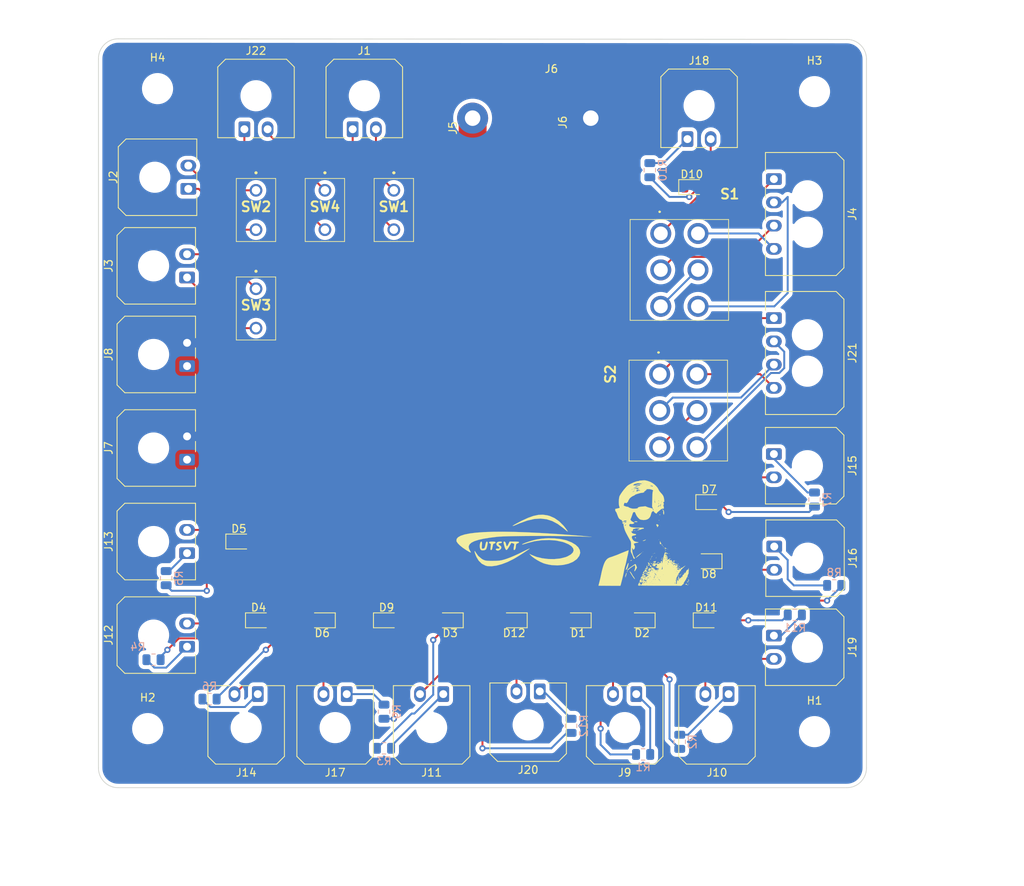
<source format=kicad_pcb>
(kicad_pcb (version 20211014) (generator pcbnew)
  (layers (0 "F.Cu" signal) (31 "B.Cu" signal) (34 "B.Paste" user) (35 "F.Paste" user) (36 "B.SilkS" user "B.Silkscreen") (37 "F.SilkS" user "F.Silkscreen") (38 "B.Mask" user) (39 "F.Mask" user) (44 "Edge.Cuts" user))
  (net 0 "")
  (net 1 "Net-(D1-Pad1)")
  (net 2 "Net-(D1-Pad2)")
  (net 3 "Net-(D2-Pad1)")
  (net 4 "Net-(D2-Pad2)")
  (net 5 "Net-(D3-Pad1)")
  (net 6 "Net-(D3-Pad2)")
  (net 7 "Net-(D4-Pad1)")
  (net 8 "Net-(D4-Pad2)")
  (net 9 "Net-(D5-Pad1)")
  (net 10 "Net-(D5-Pad2)")
  (net 11 "Net-(D6-Pad1)")
  (net 12 "Net-(D6-Pad2)")
  (net 13 "Net-(D7-Pad1)")
  (net 14 "Net-(D7-Pad2)")
  (net 15 "Net-(D8-Pad1)")
  (net 16 "Net-(D8-Pad2)")
  (net 17 "Net-(D9-Pad1)")
  (net 18 "Net-(D9-Pad2)")
  (net 19 "Net-(D10-Pad1)")
  (net 20 "Net-(D10-Pad2)")
  (net 21 "Net-(D11-Pad1)")
  (net 22 "Net-(D11-Pad2)")
  (net 23 "Net-(D12-Pad1)")
  (net 24 "Net-(D12-Pad2)")
  (net 25 "Net-(J1-Pad1)")
  (net 26 "Net-(J1-Pad2)")
  (net 27 "Net-(J2-Pad1)")
  (net 28 "Net-(J2-Pad2)")
  (net 29 "Net-(J3-Pad1)")
  (net 30 "Net-(J3-Pad2)")
  (net 31 "Net-(J4-Pad1)")
  (net 32 "Net-(J4-Pad2)")
  (net 33 "Net-(J4-Pad3)")
  (net 34 "Net-(J4-Pad4)")
  (net 35 "Net-(J9-Pad1)")
  (net 36 "Net-(J10-Pad1)")
  (net 37 "Net-(J11-Pad1)")
  (net 38 "Net-(J12-Pad1)")
  (net 39 "Net-(J13-Pad1)")
  (net 40 "Net-(J14-Pad1)")
  (net 41 "Net-(J15-Pad1)")
  (net 42 "Net-(J16-Pad1)")
  (net 43 "Net-(J17-Pad1)")
  (net 44 "Net-(J18-Pad1)")
  (net 45 "Net-(J19-Pad1)")
  (net 46 "Net-(J20-Pad1)")
  (net 47 "Net-(J21-Pad1)")
  (net 48 "Net-(J21-Pad2)")
  (net 49 "Net-(J21-Pad3)")
  (net 50 "Net-(J21-Pad4)")
  (net 51 "Net-(J5-Pad1)")
  (net 52 "Net-(J6-Pad1)")
  (net 53 "Net-(S1-Pad3)")
  (net 54 "Net-(S2-Pad3)")
  (net 55 "Net-(J22-Pad1)")
  (net 56 "Net-(J22-Pad2)")
  (footprint "UTSVT_Special:2MS6T1B3M2QES" (layer "F.Cu") (at 90.17 53.7575 180)
    (fp_text reference "SW3" (at 0 -2.123) (layer "F.SilkS") (effects (font (size 1.27 1.27) (thickness 0.254))))
    (fp_text value "CRUISE_ENABLE" hide)
    (pad "1" thru_hole circle (at 0 0 180) (size 1.635 1.635) (drill 1.09) (layers *.Cu *.Mask) (net 30 "Net-(J3-Pad2)"))
    (pad "2" thru_hole circle (at 0 -5.08 180) (size 1.635 1.635) (drill 1.09) (layers *.Cu *.Mask) (net 29 "Net-(J3-Pad1)"))
  )
  (footprint "Connector_Molex:Molex_Micro-Fit_3.0_43650-0200_1x02_P3.00mm_Horizontal" (layer "F.Cu") (at 139.219 106.04 180)
    (fp_text reference "J9" (at 1.5 -10.12) (layer "F.SilkS"))
    (fp_text value "REGEN_IND_33v")
    (pad "" np_thru_hole circle (at 1.5 -4.32 180) (size 3 3) (drill 3) (layers *.Cu *.Mask))
    (pad "1" thru_hole roundrect (at 0 0 180) (size 1.5 2.02) (drill 1.02) (layers *.Cu *.Mask) (roundrect_rratio 0.166667) (net 35 "Net-(J9-Pad1)"))
    (pad "2" thru_hole oval (at 3 0 180) (size 1.5 2.02) (drill 1.02) (layers *.Cu *.Mask) (net 1 "Net-(D1-Pad1)"))
  )
  (footprint "Connector_Molex:Molex_Micro-Fit_3.0_43650-0200_1x02_P3.00mm_Horizontal" (layer "F.Cu") (at 145.82 34.45)
    (fp_text reference "J18" (at 1.5 -10.12) (layer "F.SilkS"))
    (fp_text value "INT_LBLINK")
    (pad "" np_thru_hole circle (at 1.5 -4.32) (size 3 3) (drill 3) (layers *.Cu *.Mask))
    (pad "1" thru_hole roundrect (at 0 0) (size 1.5 2.02) (drill 1.02) (layers *.Cu *.Mask) (roundrect_rratio 0.166667) (net 44 "Net-(J18-Pad1)"))
    (pad "2" thru_hole oval (at 3 0) (size 1.5 2.02) (drill 1.02) (layers *.Cu *.Mask) (net 19 "Net-(D10-Pad1)"))
  )
  (footprint "UTSVT_Special:UTSVT_Logo_Symbol" (layer "F.Cu") (at 124.46 86.36)
    (fp_text reference "LOGO2" hide)
    (fp_text value "UTSVT Logo" hide)
  )
  (footprint "Connector_Molex:Molex_Micro-Fit_3.0_43650-0200_1x02_P3.00mm_Horizontal" (layer "F.Cu") (at 88.67 33.18)
    (fp_text reference "J22" (at 1.5 -10.12) (layer "F.SilkS"))
    (fp_text value "NAME")
    (pad "" np_thru_hole circle (at 1.5 -4.32) (size 3 3) (drill 3) (layers *.Cu *.Mask))
    (pad "1" thru_hole roundrect (at 0 0) (size 1.5 2.02) (drill 1.02) (layers *.Cu *.Mask) (roundrect_rratio 0.166667) (net 55 "Net-(J22-Pad1)"))
    (pad "2" thru_hole oval (at 3 0) (size 1.5 2.02) (drill 1.02) (layers *.Cu *.Mask) (net 56 "Net-(J22-Pad2)"))
  )
  (footprint "LED_SMD:LED_0805_2012Metric" (layer "F.Cu") (at 148.59 88.9 180)
    (fp_text reference "D8" (at 0 -1.65) (layer "F.SilkS"))
    (fp_text value "LED")
    (pad "1" smd roundrect (at -0.9375 0 180) (size 0.975 1.4) (layers "F.Cu" "F.Paste" "F.Mask") (net 15 "Net-(D8-Pad1)"))
    (pad "2" smd roundrect (at 0.9375 0 180) (size 0.975 1.4) (layers "F.Cu" "F.Paste" "F.Mask") (net 16 "Net-(D8-Pad2)"))
  )
  (footprint "UTSVT_Special:2MS6T1B3M2QES" (layer "F.Cu") (at 90.17 41.0575 180)
    (fp_text reference "SW2" (at 0 -2.123) (layer "F.SilkS") (effects (font (size 1.27 1.27) (thickness 0.254))))
    (fp_text value "CRUISE_SET" hide)
    (pad "1" thru_hole circle (at 0 0 180) (size 1.635 1.635) (drill 1.09) (layers *.Cu *.Mask) (net 28 "Net-(J2-Pad2)"))
    (pad "2" thru_hole circle (at 0 -5.08 180) (size 1.635 1.635) (drill 1.09) (layers *.Cu *.Mask) (net 27 "Net-(J2-Pad1)"))
  )
  (footprint "LED_SMD:LED_0805_2012Metric" (layer "F.Cu") (at 148.2575 96.52)
    (fp_text reference "D11" (at 0 -1.65) (layer "F.SilkS"))
    (fp_text value "LED")
    (pad "1" smd roundrect (at -0.9375 0) (size 0.975 1.4) (layers "F.Cu" "F.Paste" "F.Mask") (net 21 "Net-(D11-Pad1)"))
    (pad "2" smd roundrect (at 0.9375 0) (size 0.975 1.4) (layers "F.Cu" "F.Paste" "F.Mask") (net 22 "Net-(D11-Pad2)"))
  )
  (footprint "LED_SMD:LED_0805_2012Metric" (layer "F.Cu") (at 131.71607 96.52 180)
    (fp_text reference "D1" (at 0 -1.65) (layer "F.SilkS"))
    (fp_text value "LED")
    (pad "1" smd roundrect (at -0.9375 0 180) (size 0.975 1.4) (layers "F.Cu" "F.Paste" "F.Mask") (net 1 "Net-(D1-Pad1)"))
    (pad "2" smd roundrect (at 0.9375 0 180) (size 0.975 1.4) (layers "F.Cu" "F.Paste" "F.Mask") (net 2 "Net-(D1-Pad2)"))
  )
  (footprint "UTSVT_Special:2MS6T1B3M2QES" (layer "F.Cu") (at 99.06 41.0575 180)
    (fp_text reference "SW4" (at 0 -2.123) (layer "F.SilkS") (effects (font (size 1.27 1.27) (thickness 0.254))))
    (fp_text value "SPST" hide)
    (pad "1" thru_hole circle (at 0 0 180) (size 1.635 1.635) (drill 1.09) (layers *.Cu *.Mask) (net 56 "Net-(J22-Pad2)"))
    (pad "2" thru_hole circle (at 0 -5.08 180) (size 1.635 1.635) (drill 1.09) (layers *.Cu *.Mask) (net 55 "Net-(J22-Pad1)"))
  )
  (footprint "MountingHole:MountingHole_3mm" (layer "F.Cu") (at 162.21 28.33)
    (fp_text reference "H3" (at 0 -4) (layer "F.SilkS"))
    (fp_text value "MountingHole")
    (pad "" np_thru_hole circle (at 0 0) (size 3 3) (drill 3) (layers *.Cu *.Mask))
  )
  (footprint "LED_SMD:LED_0805_2012Metric" (layer "F.Cu") (at 87.9625 86.36)
    (fp_text reference "D5" (at 0 -1.65) (layer "F.SilkS"))
    (fp_text value "LED")
    (pad "1" smd roundrect (at -0.9375 0) (size 0.975 1.4) (layers "F.Cu" "F.Paste" "F.Mask") (net 9 "Net-(D5-Pad1)"))
    (pad "2" smd roundrect (at 0.9375 0) (size 0.975 1.4) (layers "F.Cu" "F.Paste" "F.Mask") (net 10 "Net-(D5-Pad2)"))
  )
  (footprint "Connector_Molex:Molex_Micro-Fit_3.0_43650-0200_1x02_P3.00mm_Horizontal" (layer "F.Cu") (at 81.44 40.87 90)
    (fp_text reference "J2" (at 1.5 -9.68 90) (layer "F.SilkS"))
    (fp_text value "CRUISE_SET")
    (pad "" np_thru_hole circle (at 1.5 -4.32 90) (size 3 3) (drill 3) (layers *.Cu *.Mask))
    (pad "1" thru_hole roundrect (at 0 0 90) (size 1.5 2.02) (drill 1.02) (layers *.Cu *.Mask) (roundrect_rratio 0.166667) (net 27 "Net-(J2-Pad1)"))
    (pad "2" thru_hole oval (at 3 0 90) (size 1.5 2.02) (drill 1.02) (layers *.Cu *.Mask) (net 28 "Net-(J2-Pad2)"))
  )
  (footprint "LED_SMD:LED_0805_2012Metric" (layer "F.Cu") (at 123.465356 96.52 180)
    (fp_text reference "D12" (at 0 -1.65) (layer "F.SilkS"))
    (fp_text value "LED")
    (pad "1" smd roundrect (at -0.9375 0 180) (size 0.975 1.4) (layers "F.Cu" "F.Paste" "F.Mask") (net 23 "Net-(D12-Pad1)"))
    (pad "2" smd roundrect (at 0.9375 0 180) (size 0.975 1.4) (layers "F.Cu" "F.Paste" "F.Mask") (net 24 "Net-(D12-Pad2)"))
  )
  (footprint "MountingHole:MountingHole_3mm" (layer "F.Cu") (at 162.21 110.88)
    (fp_text reference "H1" (at 0 -4) (layer "F.SilkS"))
    (fp_text value "MountingHole")
    (pad "" np_thru_hole circle (at 0 0) (size 3 3) (drill 3) (layers *.Cu *.Mask))
  )
  (footprint "Connector_Molex:Molex_Micro-Fit_3.0_43650-0200_1x02_P3.00mm_Horizontal" (layer "F.Cu") (at 81.28 87.86 90)
    (fp_text reference "J13" (at 1.5 -10.12 90) (layer "F.SilkS"))
    (fp_text value "CRUZ_ST")
    (pad "" np_thru_hole circle (at 1.5 -4.32 90) (size 3 3) (drill 3) (layers *.Cu *.Mask))
    (pad "1" thru_hole roundrect (at 0 0 90) (size 1.5 2.02) (drill 1.02) (layers *.Cu *.Mask) (roundrect_rratio 0.166667) (net 39 "Net-(J13-Pad1)"))
    (pad "2" thru_hole oval (at 3 0 90) (size 1.5 2.02) (drill 1.02) (layers *.Cu *.Mask) (net 9 "Net-(D5-Pad1)"))
  )
  (footprint "MountingHole:MountingHole_3mm" (layer "F.Cu") (at 76.2 110.49)
    (fp_text reference "H2" (at 0 -4) (layer "F.SilkS"))
    (fp_text value "MountingHole")
    (pad "" np_thru_hole circle (at 0 0) (size 3 3) (drill 3) (layers *.Cu *.Mask))
  )
  (footprint "UTSVT_Special:M2024SS1W03BC" (layer "F.Cu") (at 142.24 64.77)
    (fp_text reference "S2" (at -6.35 0 90) (layer "F.SilkS") (effects (font (size 1.27 1.27) (thickness 0.254))))
    (fp_text value "M2024SS1W03-BC" hide)
    (pad "1" thru_hole circle locked (at 0 0) (size 2.7 2.7) (drill 1.8) (layers *.Cu *.Mask) (net 47 "Net-(J21-Pad1)"))
    (pad "2" thru_hole circle locked (at 0 4.7) (size 2.7 2.7) (drill 1.8) (layers *.Cu *.Mask) (net 49 "Net-(J21-Pad3)"))
    (pad "3" thru_hole circle locked (at 0 9.4) (size 2.7 2.7) (drill 1.8) (layers *.Cu *.Mask) (net 54 "Net-(S2-Pad3)"))
    (pad "4" thru_hole circle locked (at 4.8 0) (size 2.7 2.7) (drill 1.8) (layers *.Cu *.Mask) (net 50 "Net-(J21-Pad4)"))
    (pad "5" thru_hole circle locked (at 4.8 4.7) (size 2.7 2.7) (drill 1.8) (layers *.Cu *.Mask) (net 54 "Net-(S2-Pad3)"))
    (pad "6" thru_hole circle locked (at 4.8 9.4) (size 2.7 2.7) (drill 1.8) (layers *.Cu *.Mask) (net 48 "Net-(J21-Pad2)"))
  )
  (footprint "UTSVT_Connectors:Banana_Jack_1_Pin_4mm" (layer "F.Cu") (at 118.11 31.75 90)
    (fp_text reference "J5" (at -1.27 -2.54 90) (layer "F.SilkS"))
    (fp_text value "POS")
    (pad "1" thru_hole circle locked (at 0 0 90) (size 4 4) (drill 2) (layers *.Cu *.Mask) (net 51 "Net-(J5-Pad1)"))
  )
  (footprint "MountingHole:MountingHole_3mm" (layer "F.Cu") (at 77.47 27.94)
    (fp_text reference "H4" (at 0 -4) (layer "F.SilkS"))
    (fp_text value "MountingHole")
    (pad "" np_thru_hole circle (at 0 0) (size 3 3) (drill 3) (layers *.Cu *.Mask))
  )
  (footprint "Connector_Molex:Molex_Micro-Fit_3.0_43650-0200_1x02_P3.00mm_Horizontal" (layer "F.Cu") (at 102.64 33.18)
    (fp_text reference "J1" (at 1.5 -10.12) (layer "F.SilkS"))
    (fp_text value "REGEN_IND_33v")
    (pad "" np_thru_hole circle (at 1.5 -4.32) (size 3 3) (drill 3) (layers *.Cu *.Mask))
    (pad "1" thru_hole roundrect (at 0 0) (size 1.5 2.02) (drill 1.02) (layers *.Cu *.Mask) (roundrect_rratio 0.166667) (net 25 "Net-(J1-Pad1)"))
    (pad "2" thru_hole oval (at 3 0) (size 1.5 2.02) (drill 1.02) (layers *.Cu *.Mask) (net 26 "Net-(J1-Pad2)"))
  )
  (footprint "Connector_Molex:Molex_Micro-Fit_3.0_43650-0200_1x02_P3.00mm_Horizontal" (layer "F.Cu") (at 81.28 99.925 90)
    (fp_text reference "J12" (at 1.5 -10.12 90) (layer "F.SilkS"))
    (fp_text value "REV_IND_33v")
    (pad "" np_thru_hole circle (at 1.5 -4.32 90) (size 3 3) (drill 3) (layers *.Cu *.Mask))
    (pad "1" thru_hole roundrect (at 0 0 90) (size 1.5 2.02) (drill 1.02) (layers *.Cu *.Mask) (roundrect_rratio 0.166667) (net 38 "Net-(J12-Pad1)"))
    (pad "2" thru_hole oval (at 3 0 90) (size 1.5 2.02) (drill 1.02) (layers *.Cu *.Mask) (net 7 "Net-(D4-Pad1)"))
  )
  (footprint "Connector_Molex:Molex_Micro-Fit_3.0_43650-0200_1x02_P3.00mm_Horizontal" (layer "F.Cu") (at 90.4 106.04 180)
    (fp_text reference "J14" (at 1.5 -10.12) (layer "F.SilkS"))
    (fp_text value "CRUZ_EN")
    (pad "" np_thru_hole circle (at 1.5 -4.32 180) (size 3 3) (drill 3) (layers *.Cu *.Mask))
    (pad "1" thru_hole roundrect (at 0 0 180) (size 1.5 2.02) (drill 1.02) (layers *.Cu *.Mask) (roundrect_rratio 0.166667) (net 40 "Net-(J14-Pad1)"))
    (pad "2" thru_hole oval (at 3 0 180) (size 1.5 2.02) (drill 1.02) (layers *.Cu *.Mask) (net 11 "Net-(D6-Pad1)"))
  )
  (footprint "Connector_Molex:Molex_Micro-Fit_3.0_43650-0200_1x02_P3.00mm_Horizontal" (layer "F.Cu") (at 157.015 87.0025 -90)
    (fp_text reference "J16" (at 1.5 -10.12 90) (layer "F.SilkS"))
    (fp_text value "EXT_LBLINK")
    (pad "" np_thru_hole circle (at 1.5 -4.32 270) (size 3 3) (drill 3) (layers *.Cu *.Mask))
    (pad "1" thru_hole roundrect (at 0 0 270) (size 1.5 2.02) (drill 1.02) (layers *.Cu *.Mask) (roundrect_rratio 0.166667) (net 42 "Net-(J16-Pad1)"))
    (pad "2" thru_hole oval (at 3 0 270) (size 1.5 2.02) (drill 1.02) (layers *.Cu *.Mask) (net 15 "Net-(D8-Pad1)"))
  )
  (footprint "UTSVT_Connectors:Banana_Jack_1_Pin_4mm" (layer "F.Cu") (at 133.35 31.75 90)
    (fp_text reference "J6" (at -0.55 -3.615 90) (layer "F.SilkS"))
    (fp_text value "NEG")
    (pad "1" thru_hole circle locked (at 0 0 90) (size 4 4) (drill 2) (layers *.Cu *.Mask) (net 52 "Net-(J6-Pad1)"))
  )
  (footprint "Connector_Molex:Molex_Micro-Fit_3.0_43650-0200_1x02_P3.00mm_Horizontal" (layer "F.Cu") (at 156.97 75.0775 -90)
    (fp_text reference "J15" (at 1.5 -10.12 90) (layer "F.SilkS"))
    (fp_text value "EXT_RBLINK")
    (pad "" np_thru_hole circle (at 1.5 -4.32 270) (size 3 3) (drill 3) (layers *.Cu *.Mask))
    (pad "1" thru_hole roundrect (at 0 0 270) (size 1.5 2.02) (drill 1.02) (layers *.Cu *.Mask) (roundrect_rratio 0.166667) (net 41 "Net-(J15-Pad1)"))
    (pad "2" thru_hole oval (at 3 0 270) (size 1.5 2.02) (drill 1.02) (layers *.Cu *.Mask) (net 13 "Net-(D7-Pad1)"))
  )
  (footprint "Connector_Molex:Molex_Micro-Fit_3.0_43650-0200_1x02_P3.00mm_Horizontal" (layer "F.Cu") (at 156.97 98.495 -90)
    (fp_text reference "J19" (at 1.5 -10.12 90) (layer "F.SilkS"))
    (fp_text value "EXT_HDLT")
    (pad "" np_thru_hole circle (at 1.5 -4.32 270) (size 3 3) (drill 3) (layers *.Cu *.Mask))
    (pad "1" thru_hole roundrect (at 0 0 270) (size 1.5 2.02) (drill 1.02) (layers *.Cu *.Mask) (roundrect_rratio 0.166667) (net 45 "Net-(J19-Pad1)"))
    (pad "2" thru_hole oval (at 3 0 270) (size 1.5 2.02) (drill 1.02) (layers *.Cu *.Mask) (net 21 "Net-(D11-Pad1)"))
  )
  (footprint "LED_SMD:LED_0805_2012Metric" (layer "F.Cu") (at 115.214642 96.52 180)
    (fp_text reference "D3" (at 0 -1.65) (layer "F.SilkS"))
    (fp_text value "LED")
    (pad "1" smd roundrect (at -0.9375 0 180) (size 0.975 1.4) (layers "F.Cu" "F.Paste" "F.Mask") (net 5 "Net-(D3-Pad1)"))
    (pad "2" smd roundrect (at 0.9375 0 180) (size 0.975 1.4) (layers "F.Cu" "F.Paste" "F.Mask") (net 6 "Net-(D3-Pad2)"))
  )
  (footprint "UTSVT_Special:M2024SS1W03BC" (layer "F.Cu") (at 142.38 46.625)
    (fp_text reference "S1" (at 8.89 -5.08) (layer "F.SilkS") (effects (font (size 1.27 1.27) (thickness 0.254))))
    (fp_text value "M2024SS1W03-BC" hide)
    (pad "1" thru_hole circle locked (at 0 0) (size 2.7 2.7) (drill 1.8) (layers *.Cu *.Mask) (net 31 "Net-(J4-Pad1)"))
    (pad "2" thru_hole circle locked (at 0 4.7) (size 2.7 2.7) (drill 1.8) (layers *.Cu *.Mask) (net 33 "Net-(J4-Pad3)"))
    (pad "3" thru_hole circle locked (at 0 9.4) (size 2.7 2.7) (drill 1.8) (layers *.Cu *.Mask) (net 53 "Net-(S1-Pad3)"))
    (pad "4" thru_hole circle locked (at 4.8 0) (size 2.7 2.7) (drill 1.8) (layers *.Cu *.Mask) (net 34 "Net-(J4-Pad4)"))
    (pad "5" thru_hole circle locked (at 4.8 4.7) (size 2.7 2.7) (drill 1.8) (layers *.Cu *.Mask) (net 53 "Net-(S1-Pad3)"))
    (pad "6" thru_hole circle locked (at 4.8 9.4) (size 2.7 2.7) (drill 1.8) (layers *.Cu *.Mask) (net 32 "Net-(J4-Pad2)"))
  )
  (footprint "LED_SMD:LED_0805_2012Metric" (layer "F.Cu") (at 139.966784 96.52 180)
    (fp_text reference "D2" (at 0 -1.65) (layer "F.SilkS"))
    (fp_text value "LED")
    (pad "1" smd roundrect (at -0.9375 0 180) (size 0.975 1.4) (layers "F.Cu" "F.Paste" "F.Mask") (net 3 "Net-(D2-Pad1)"))
    (pad "2" smd roundrect (at 0.9375 0 180) (size 0.975 1.4) (layers "F.Cu" "F.Paste" "F.Mask") (net 4 "Net-(D2-Pad2)"))
  )
  (footprint "LED_SMD:LED_0805_2012Metric" (layer "F.Cu") (at 98.713214 96.52 180)
    (fp_text reference "D6" (at 0 -1.65) (layer "F.SilkS"))
    (fp_text value "LED")
    (pad "1" smd roundrect (at -0.9375 0 180) (size 0.975 1.4) (layers "F.Cu" "F.Paste" "F.Mask") (net 11 "Net-(D6-Pad1)"))
    (pad "2" smd roundrect (at 0.9375 0 180) (size 0.975 1.4) (layers "F.Cu" "F.Paste" "F.Mask") (net 12 "Net-(D6-Pad2)"))
  )
  (footprint "Connector_Molex:Molex_Micro-Fit_3.0_43650-0400_1x04_P3.00mm_Horizontal" (layer "F.Cu") (at 156.97 39.615 -90)
    (fp_text reference "J4" (at 4.5 -10.12 90) (layer "F.SilkS"))
    (fp_text value "Conn_01x04")
    (pad "" np_thru_hole circle (at 2.15 -4.32 270) (size 3 3) (drill 3) (layers *.Cu *.Mask))
    (pad "" np_thru_hole circle (at 6.85 -4.32 270) (size 3 3) (drill 3) (layers *.Cu *.Mask))
    (pad "1" thru_hole roundrect (at 0 0 270) (size 1.5 2.02) (drill 1.02) (layers *.Cu *.Mask) (roundrect_rratio 0.166667) (net 31 "Net-(J4-Pad1)"))
    (pad "2" thru_hole oval (at 3 0 270) (size 1.5 2.02) (drill 1.02) (layers *.Cu *.Mask) (net 32 "Net-(J4-Pad2)"))
    (pad "3" thru_hole oval (at 6 0 270) (size 1.5 2.02) (drill 1.02) (layers *.Cu *.Mask) (net 33 "Net-(J4-Pad3)"))
    (pad "4" thru_hole oval (at 9 0 270) (size 1.5 2.02) (drill 1.02) (layers *.Cu *.Mask) (net 34 "Net-(J4-Pad4)"))
  )
  (footprint "LED_SMD:LED_0805_2012Metric" (layer "F.Cu") (at 146.3825 40.64)
    (fp_text reference "D10" (at 0 -1.65) (layer "F.SilkS"))
    (fp_text value "LED")
    (pad "1" smd roundrect (at -0.9375 0) (size 0.975 1.4) (layers "F.Cu" "F.Paste" "F.Mask") (net 19 "Net-(D10-Pad1)"))
    (pad "2" smd roundrect (at 0.9375 0) (size 0.975 1.4) (layers "F.Cu" "F.Paste" "F.Mask") (net 20 "Net-(D10-Pad2)"))
  )
  (footprint "Connector_Molex:Molex_Micro-Fit_3.0_43650-0200_1x02_P3.00mm_Horizontal" (layer "F.Cu") (at 126.771 105.69 180)
    (fp_text reference "J20" (at 1.5 -10.12) (layer "F.SilkS"))
    (fp_text value "EXT_BLIGHT")
    (pad "" np_thru_hole circle (at 1.5 -4.32 180) (size 3 3) (drill 3) (layers *.Cu *.Mask))
    (pad "1" thru_hole roundrect (at 0 0 180) (size 1.5 2.02) (drill 1.02) (layers *.Cu *.Mask) (roundrect_rratio 0.166667) (net 46 "Net-(J20-Pad1)"))
    (pad "2" thru_hole oval (at 3 0 180) (size 1.5 2.02) (drill 1.02) (layers *.Cu *.Mask) (net 23 "Net-(D12-Pad1)"))
  )
  (footprint "UTSVT_Special:2MS6T1B3M2QES" (layer "F.Cu") (at 107.95 41.0575 180)
    (fp_text reference "SW1" (at 0 -2.123) (layer "F.SilkS") (effects (font (size 1.27 1.27) (thickness 0.254))))
    (fp_text value "REGEN_SW" hide)
    (pad "1" thru_hole circle (at 0 0 180) (size 1.635 1.635) (drill 1.09) (layers *.Cu *.Mask) (net 26 "Net-(J1-Pad2)"))
    (pad "2" thru_hole circle (at 0 -5.08 180) (size 1.635 1.635) (drill 1.09) (layers *.Cu *.Mask) (net 25 "Net-(J1-Pad1)"))
  )
  (footprint "Connector_Molex:Molex_Micro-Fit_3.0_43650-0400_1x04_P3.00mm_Horizontal" (layer "F.Cu") (at 156.97 57.54 -90)
    (fp_text reference "J21" (at 4.5 -10.12 90) (layer "F.SilkS"))
    (fp_text value "TURN_SIGNAL_SW")
    (pad "" np_thru_hole circle (at 6.85 -4.32 270) (size 3 3) (drill 3) (layers *.Cu *.Mask))
    (pad "" np_thru_hole circle (at 2.15 -4.32 270) (size 3 3) (drill 3) (layers *.Cu *.Mask))
    (pad "1" thru_hole roundrect (at 0 0 270) (size 1.5 2.02) (drill 1.02) (layers *.Cu *.Mask) (roundrect_rratio 0.166667) (net 47 "Net-(J21-Pad1)"))
    (pad "2" thru_hole oval (at 3 0 270) (size 1.5 2.02) (drill 1.02) (layers *.Cu *.Mask) (net 48 "Net-(J21-Pad2)"))
    (pad "3" thru_hole oval (at 6 0 270) (size 1.5 2.02) (drill 1.02) (layers *.Cu *.Mask) (net 49 "Net-(J21-Pad3)"))
    (pad "4" thru_hole oval (at 9 0 270) (size 1.5 2.02) (drill 1.02) (layers *.Cu *.Mask) (net 50 "Net-(J21-Pad4)"))
  )
  (footprint "Connector_Molex:Molex_Micro-Fit_3.0_43650-0200_1x02_P3.00mm_Horizontal" (layer "F.Cu") (at 81.28 75.795 90)
    (fp_text reference "J7" (at 1.5 -10.12 90) (layer "F.SilkS"))
    (fp_text value "LEADER")
    (pad "" np_thru_hole circle (at 1.5 -4.32 90) (size 3 3) (drill 3) (layers *.Cu *.Mask))
    (pad "1" thru_hole roundrect (at 0 0 90) (size 1.5 2.02) (drill 1.02) (layers *.Cu *.Mask) (roundrect_rratio 0.166667) (net 51 "Net-(J5-Pad1)"))
    (pad "2" thru_hole oval (at 3 0 90) (size 1.5 2.02) (drill 1.02) (layers *.Cu *.Mask) (net 52 "Net-(J6-Pad1)"))
  )
  (footprint "Connector_Molex:Molex_Micro-Fit_3.0_43650-0200_1x02_P3.00mm_Horizontal" (layer "F.Cu") (at 114.323 106.04 180)
    (fp_text reference "J11" (at 1.5 -10.12) (layer "F.SilkS"))
    (fp_text value "FOR_IND_33v")
    (pad "" np_thru_hole circle (at 1.5 -4.32 180) (size 3 3) (drill 3) (layers *.Cu *.Mask))
    (pad "1" thru_hole roundrect (at 0 0 180) (size 1.5 2.02) (drill 1.02) (layers *.Cu *.Mask) (roundrect_rratio 0.166667) (net 37 "Net-(J11-Pad1)"))
    (pad "2" thru_hole oval (at 3 0 180) (size 1.5 2.02) (drill 1.02) (layers *.Cu *.Mask) (net 5 "Net-(D3-Pad1)"))
  )
  (footprint "UTSVT_Special:Hallock_Image_Tiny" (layer "F.Cu") (at 139.7 85.09)
    (fp_text reference "LOGO1" hide)
    (fp_text value "Dr. Hallock Logo" hide)
  )
  (footprint "LED_SMD:LED_0805_2012Metric" (layer "F.Cu") (at 148.59 81.28)
    (fp_text reference "D7" (at 0 -1.65) (layer "F.SilkS"))
    (fp_text value "LED")
    (pad "1" smd roundrect (at -0.9375 0) (size 0.975 1.4) (layers "F.Cu" "F.Paste" "F.Mask") (net 13 "Net-(D7-Pad1)"))
    (pad "2" smd roundrect (at 0.9375 0) (size 0.975 1.4) (layers "F.Cu" "F.Paste" "F.Mask") (net 14 "Net-(D7-Pad2)"))
  )
  (footprint "LED_SMD:LED_0805_2012Metric" (layer "F.Cu") (at 90.5025 96.52)
    (fp_text reference "D4" (at 0 -1.65) (layer "F.SilkS"))
    (fp_text value "LED")
    (pad "1" smd roundrect (at -0.9375 0) (size 0.975 1.4) (layers "F.Cu" "F.Paste" "F.Mask") (net 7 "Net-(D4-Pad1)"))
    (pad "2" smd roundrect (at 0.9375 0) (size 0.975 1.4) (layers "F.Cu" "F.Paste" "F.Mask") (net 8 "Net-(D4-Pad2)"))
  )
  (footprint "Connector_Molex:Molex_Micro-Fit_3.0_43650-0200_1x02_P3.00mm_Horizontal" (layer "F.Cu") (at 151.13 106.04 180)
    (fp_text reference "J10" (at 1.5 -10.12) (layer "F.SilkS"))
    (fp_text value "NEU_IND_33v")
    (pad "" np_thru_hole circle (at 1.5 -4.32 180) (size 3 3) (drill 3) (layers *.Cu *.Mask))
    (pad "1" thru_hole roundrect (at 0 0 180) (size 1.5 2.02) (drill 1.02) (layers *.Cu *.Mask) (roundrect_rratio 0.166667) (net 36 "Net-(J10-Pad1)"))
    (pad "2" thru_hole oval (at 3 0 180) (size 1.5 2.02) (drill 1.02) (layers *.Cu *.Mask) (net 3 "Net-(D2-Pad1)"))
  )
  (footprint "Connector_Molex:Molex_Micro-Fit_3.0_43650-0200_1x02_P3.00mm_Horizontal" (layer "F.Cu") (at 81.28 52.3 90)
    (fp_text reference "J3" (at 1.5 -10.12 90) (layer "F.SilkS"))
    (fp_text value "CRUISE_ENABLE")
    (pad "" np_thru_hole circle (at 1.5 -4.32 90) (size 3 3) (drill 3) (layers *.Cu *.Mask))
    (pad "1" thru_hole roundrect (at 0 0 90) (size 1.5 2.02) (drill 1.02) (layers *.Cu *.Mask) (roundrect_rratio 0.166667) (net 29 "Net-(J3-Pad1)"))
    (pad "2" thru_hole oval (at 3 0 90) (size 1.5 2.02) (drill 1.02) (layers *.Cu *.Mask) (net 30 "Net-(J3-Pad2)"))
  )
  (footprint "Connector_Molex:Molex_Micro-Fit_3.0_43650-0200_1x02_P3.00mm_Horizontal" (layer "F.Cu") (at 101.875 106.04 180)
    (fp_text reference "J17" (at 1.5 -10.12) (layer "F.SilkS"))
    (fp_text value "INT_RBLINK")
    (pad "" np_thru_hole circle (at 1.5 -4.32 180) (size 3 3) (drill 3) (layers *.Cu *.Mask))
    (pad "1" thru_hole roundrect (at 0 0 180) (size 1.5 2.02) (drill 1.02) (layers *.Cu *.Mask) (roundrect_rratio 0.166667) (net 43 "Net-(J17-Pad1)"))
    (pad "2" thru_hole oval (at 3 0 180) (size 1.5 2.02) (drill 1.02) (layers *.Cu *.Mask) (net 17 "Net-(D9-Pad1)"))
  )
  (footprint "Connector_Molex:Molex_Micro-Fit_3.0_43650-0200_1x02_P3.00mm_Horizontal" (layer "F.Cu") (at 81.28 63.73 90)
    (fp_text reference "J8" (at 1.5 -10.12 90) (layer "F.SilkS"))
    (fp_text value "TEST")
    (pad "" np_thru_hole circle (at 1.5 -4.32 90) (size 3 3) (drill 3) (layers *.Cu *.Mask))
    (pad "1" thru_hole roundrect (at 0 0 90) (size 1.5 2.02) (drill 1.02) (layers *.Cu *.Mask) (roundrect_rratio 0.166667) (net 51 "Net-(J5-Pad1)"))
    (pad "2" thru_hole oval (at 3 0 90) (size 1.5 2.02) (drill 1.02) (layers *.Cu *.Mask) (net 52 "Net-(J6-Pad1)"))
  )
  (footprint "LED_SMD:LED_0805_2012Metric" (layer "F.Cu") (at 107.003928 96.52)
    (fp_text reference "D9" (at 0 -1.65) (layer "F.SilkS"))
    (fp_text value "LED")
    (pad "1" smd roundrect (at -0.9375 0) (size 0.975 1.4) (layers "F.Cu" "F.Paste" "F.Mask") (net 17 "Net-(D9-Pad1)"))
    (pad "2" smd roundrect (at 0.9375 0) (size 0.975 1.4) (layers "F.Cu" "F.Paste" "F.Mask") (net 18 "Net-(D9-Pad2)"))
  )
  (footprint "Resistor_SMD:R_0805_2012Metric" (layer "B.Cu") (at 106.68 108.3075 90)
    (fp_text reference "R9" (at 0 1.65 90) (layer "B.SilkS") (effects (justify mirror)))
    (fp_text value "R")
    (pad "1" smd roundrect (at -0.9125 0 90) (size 1.025 1.4) (layers "B.Cu" "B.Paste" "B.Mask") (roundrect_rratio 0.243902) (net 18 "Net-(D9-Pad2)"))
    (pad "2" smd roundrect (at 0.9125 0 90) (size 1.025 1.4) (layers "B.Cu" "B.Paste" "B.Mask") (roundrect_rratio 0.243902) (net 43 "Net-(J17-Pad1)"))
  )
  (footprint "Resistor_SMD:R_0805_2012Metric" (layer "B.Cu") (at 106.68 113.03)
    (fp_text reference "R3" (at 0 1.65) (layer "B.SilkS") (effects (justify mirror)))
    (fp_text value "R")
    (pad "1" smd roundrect (at -0.9125 0) (size 1.025 1.4) (layers "B.Cu" "B.Paste" "B.Mask") (roundrect_rratio 0.243902) (net 6 "Net-(D3-Pad2)"))
    (pad "2" smd roundrect (at 0.9125 0) (size 1.025 1.4) (layers "B.Cu" "B.Paste" "B.Mask") (roundrect_rratio 0.243902) (net 37 "Net-(J11-Pad1)"))
  )
  (footprint "Resistor_SMD:R_0805_2012Metric" (layer "B.Cu") (at 84.1775 106.68 180)
    (fp_text reference "R6" (at 0 1.65) (layer "B.SilkS") (effects (justify mirror)))
    (fp_text value "R")
    (pad "1" smd roundrect (at -0.9125 0 180) (size 1.025 1.4) (layers "B.Cu" "B.Paste" "B.Mask") (roundrect_rratio 0.243902) (net 12 "Net-(D6-Pad2)"))
    (pad "2" smd roundrect (at 0.9125 0 180) (size 1.025 1.4) (layers "B.Cu" "B.Paste" "B.Mask") (roundrect_rratio 0.243902) (net 40 "Net-(J14-Pad1)"))
  )
  (footprint "Resistor_SMD:R_0805_2012Metric" (layer "B.Cu") (at 164.75 92.0175 180)
    (fp_text reference "R8" (at 0 1.65) (layer "B.SilkS") (effects (justify mirror)))
    (fp_text value "R")
    (pad "1" smd roundrect (at -0.9125 0 180) (size 1.025 1.4) (layers "B.Cu" "B.Paste" "B.Mask") (roundrect_rratio 0.243902) (net 16 "Net-(D8-Pad2)"))
    (pad "2" smd roundrect (at 0.9125 0 180) (size 1.025 1.4) (layers "B.Cu" "B.Paste" "B.Mask") (roundrect_rratio 0.243902) (net 42 "Net-(J16-Pad1)"))
  )
  (footprint "Resistor_SMD:R_0805_2012Metric" (layer "B.Cu") (at 76.9525 101.6 180)
    (fp_text reference "R4" (at 2.0225 1.65) (layer "B.SilkS") (effects (justify mirror)))
    (fp_text value "R")
    (pad "1" smd roundrect (at -0.9125 0 180) (size 1.025 1.4) (layers "B.Cu" "B.Paste" "B.Mask") (roundrect_rratio 0.243902) (net 8 "Net-(D4-Pad2)"))
    (pad "2" smd roundrect (at 0.9125 0 180) (size 1.025 1.4) (layers "B.Cu" "B.Paste" "B.Mask") (roundrect_rratio 0.243902) (net 38 "Net-(J12-Pad1)"))
  )
  (footprint "Resistor_SMD:R_0805_2012Metric" (layer "B.Cu") (at 140.1025 113.82)
    (fp_text reference "R1" (at 0 1.65) (layer "B.SilkS") (effects (justify mirror)))
    (fp_text value "R")
    (pad "1" smd roundrect (at -0.9125 0) (size 1.025 1.4) (layers "B.Cu" "B.Paste" "B.Mask") (roundrect_rratio 0.243902) (net 2 "Net-(D1-Pad2)"))
    (pad "2" smd roundrect (at 0.9125 0) (size 1.025 1.4) (layers "B.Cu" "B.Paste" "B.Mask") (roundrect_rratio 0.243902) (net 35 "Net-(J9-Pad1)"))
  )
  (footprint "Resistor_SMD:R_0805_2012Metric" (layer "B.Cu") (at 144.825 112.1925 90)
    (fp_text reference "R2" (at 0 1.65 90) (layer "B.SilkS") (effects (justify mirror)))
    (fp_text value "R")
    (pad "1" smd roundrect (at -0.9125 0 90) (size 1.025 1.4) (layers "B.Cu" "B.Paste" "B.Mask") (roundrect_rratio 0.243902) (net 4 "Net-(D2-Pad2)"))
    (pad "2" smd roundrect (at 0.9125 0 90) (size 1.025 1.4) (layers "B.Cu" "B.Paste" "B.Mask") (roundrect_rratio 0.243902) (net 36 "Net-(J10-Pad1)"))
  )
  (footprint "Resistor_SMD:R_0805_2012Metric" (layer "B.Cu") (at 140.97 38.4575 90)
    (fp_text reference "R10" (at 0 1.65 90) (layer "B.SilkS") (effects (justify mirror)))
    (fp_text value "R")
    (pad "1" smd roundrect (at -0.9125 0 90) (size 1.025 1.4) (layers "B.Cu" "B.Paste" "B.Mask") (roundrect_rratio 0.243902) (net 20 "Net-(D10-Pad2)"))
    (pad "2" smd roundrect (at 0.9125 0 90) (size 1.025 1.4) (layers "B.Cu" "B.Paste" "B.Mask") (roundrect_rratio 0.243902) (net 44 "Net-(J18-Pad1)"))
  )
  (footprint "Resistor_SMD:R_0805_2012Metric" (layer "B.Cu") (at 162.21 80.945 90)
    (fp_text reference "R7" (at 0 1.65 90) (layer "B.SilkS") (effects (justify mirror)))
    (fp_text value "R")
    (pad "1" smd roundrect (at -0.9125 0 90) (size 1.025 1.4) (layers "B.Cu" "B.Paste" "B.Mask") (roundrect_rratio 0.243902) (net 14 "Net-(D7-Pad2)"))
    (pad "2" smd roundrect (at 0.9125 0 90) (size 1.025 1.4) (layers "B.Cu" "B.Paste" "B.Mask") (roundrect_rratio 0.243902) (net 41 "Net-(J15-Pad1)"))
  )
  (footprint "Resistor_SMD:R_0805_2012Metric" (layer "B.Cu") (at 159.67 95.8275)
    (fp_text reference "R11" (at 0 1.65) (layer "B.SilkS") (effects (justify mirror)))
    (fp_text value "R")
    (pad "1" smd roundrect (at -0.9125 0) (size 1.025 1.4) (layers "B.Cu" "B.Paste" "B.Mask") (roundrect_rratio 0.243902) (net 22 "Net-(D11-Pad2)"))
    (pad "2" smd roundrect (at 0.9125 0) (size 1.025 1.4) (layers "B.Cu" "B.Paste" "B.Mask") (roundrect_rratio 0.243902) (net 45 "Net-(J19-Pad1)"))
  )
  (footprint "Resistor_SMD:R_0805_2012Metric" (layer "B.Cu") (at 130.81 110.1325 90)
    (fp_text reference "R12" (at 0 1.65 90) (layer "B.SilkS") (effects (justify mirror)))
    (fp_text value "R")
    (pad "1" smd roundrect (at -0.9125 0 90) (size 1.025 1.4) (layers "B.Cu" "B.Paste" "B.Mask") (roundrect_rratio 0.243902) (net 24 "Net-(D12-Pad2)"))
    (pad "2" smd roundrect (at 0.9125 0 90) (size 1.025 1.4) (layers "B.Cu" "B.Paste" "B.Mask") (roundrect_rratio 0.243902) (net 46 "Net-(J20-Pad1)"))
  )
  (footprint "Resistor_SMD:R_0805_2012Metric" (layer "B.Cu") (at 78.58 91.0825 90)
    (fp_text reference "R5" (at 0 1.65 90) (layer "B.SilkS") (effects (justify mirror)))
    (fp_text value "R")
    (pad "1" smd roundrect (at -0.9125 0 90) (size 1.025 1.4) (layers "B.Cu" "B.Paste" "B.Mask") (roundrect_rratio 0.243902) (net 10 "Net-(D5-Pad2)"))
    (pad "2" smd roundrect (at 0.9125 0 90) (size 1.025 1.4) (layers "B.Cu" "B.Paste" "B.Mask") (roundrect_rratio 0.243902) (net 39 "Net-(J13-Pad1)"))
  )
  (gr_arc (start 72.39 118.11) (mid 70.593949 117.366051) (end 69.85 115.57) (layer "Edge.Cuts") (width 0.1))
  (gr_line (start 166.37 21.59) (end 72.436671 21.514549) (layer "Edge.Cuts") (width 0.1))
  (gr_line (start 72.39 118.11) (end 166.37 118.11) (layer "Edge.Cuts") (width 0.1))
  (gr_line (start 168.91 115.57) (end 168.91 24.13) (layer "Edge.Cuts") (width 0.1))
  (gr_line (start 69.85 24.13) (end 69.85 115.57) (layer "Edge.Cuts") (width 0.1))
  (gr_arc (start 168.91 115.57) (mid 168.166051 117.366051) (end 166.37 118.11) (layer "Edge.Cuts") (width 0.1))
  (gr_arc (start 166.37 21.59) (mid 168.166051 22.333949) (end 168.91 24.13) (layer "Edge.Cuts") (width 0.1))
  (gr_arc (start 69.850001 24.13) (mid 70.5894 22.274434) (end 72.436671 21.514549) (layer "Edge.Cuts") (width 0.1))
  (gr_text "J6" (at 128.27 25.4) (layer "F.SilkS") (effects (font (size 1 1))))
  (segment (start 136.219 100.08543) (end 136.219 106.04) (width 0.25) (layer "F.Cu") (net 1))
  (segment (start 132.65357 96.52) (end 136.219 100.08543) (width 0.25) (layer "F.Cu") (net 1))
  (segment (start 134.62 106.68) (end 130.77857 102.83857) (width 0.25) (layer "F.Cu") (net 2))
  (segment (start 130.77857 102.83857) (end 130.77857 96.52) (width 0.25) (layer "F.Cu") (net 2))
  (segment (start 134.62 110.49) (end 134.62 106.68) (width 0.25) (layer "F.Cu") (net 2))
  (via (at 134.62 110.49) (size 0.8) (drill 0.4) (layers "F.Cu" "B.Cu") (net 2))
  (segment (start 135.875697 113.82) (end 134.62 112.564303) (width 0.25) (layer "B.Cu") (net 2))
  (segment (start 134.62 112.564303) (end 134.62 110.49) (width 0.25) (layer "B.Cu") (net 2))
  (segment (start 139.19 113.82) (end 135.875697 113.82) (width 0.25) (layer "B.Cu") (net 2))
  (segment (start 140.904284 96.52) (end 148.13 103.745716) (width 0.25) (layer "F.Cu") (net 3))
  (segment (start 148.13 103.745716) (end 148.13 106.04) (width 0.25) (layer "F.Cu") (net 3))
  (segment (start 139.029284 99.659284) (end 143.51 104.14) (width 0.25) (layer "F.Cu") (net 4))
  (segment (start 139.029284 96.52) (end 139.029284 99.659284) (width 0.25) (layer "F.Cu") (net 4))
  (via (at 143.51 104.14) (size 0.8) (drill 0.4) (layers "F.Cu" "B.Cu") (net 4))
  (segment (start 143.51 111.79) (end 144.825 113.105) (width 0.25) (layer "B.Cu") (net 4))
  (segment (start 143.51 104.14) (end 143.51 111.79) (width 0.25) (layer "B.Cu") (net 4))
  (segment (start 116.152142 101.210858) (end 111.323 106.04) (width 0.25) (layer "F.Cu") (net 5))
  (segment (start 116.152142 96.52) (end 116.152142 101.210858) (width 0.25) (layer "F.Cu") (net 5))
  (segment (start 113.03 99.06) (end 114.277142 97.812858) (width 0.25) (layer "F.Cu") (net 6))
  (segment (start 114.277142 97.812858) (end 114.277142 96.52) (width 0.25) (layer "F.Cu") (net 6))
  (via (at 113.03 99.06) (size 0.8) (drill 0.4) (layers "F.Cu" "B.Cu") (net 6))
  (segment (start 110.59378 108.5495) (end 113.03 106.11328) (width 0.25) (layer "B.Cu") (net 6))
  (segment (start 110.248 108.5495) (end 110.59378 108.5495) (width 0.25) (layer "B.Cu") (net 6))
  (segment (start 113.03 106.11328) (end 113.03 99.06) (width 0.25) (layer "B.Cu") (net 6))
  (segment (start 105.7675 113.03) (end 110.248 108.5495) (width 0.25) (layer "B.Cu") (net 6))
  (segment (start 81.28 96.925) (end 89.16 96.925) (width 0.25) (layer "F.Cu") (net 7))
  (segment (start 89.16 96.925) (end 89.565 96.52) (width 0.25) (layer "F.Cu") (net 7))
  (segment (start 89.11 98.85) (end 91.44 96.52) (width 0.25) (layer "F.Cu") (net 8))
  (segment (start 80.22 98.85) (end 89.11 98.85) (width 0.25) (layer "F.Cu") (net 8))
  (segment (start 78.74 100.33) (end 80.22 98.85) (width 0.25) (layer "F.Cu") (net 8))
  (via (at 78.74 100.33) (size 0.8) (drill 0.4) (layers "F.Cu" "B.Cu") (net 8))
  (segment (start 77.865 101.205) (end 78.74 100.33) (width 0.25) (layer "B.Cu") (net 8))
  (segment (start 77.865 101.6) (end 77.865 101.205) (width 0.25) (layer "B.Cu") (net 8))
  (segment (start 81.28 84.86) (end 85.525 84.86) (width 0.25) (layer "F.Cu") (net 9))
  (segment (start 85.525 84.86) (end 87.025 86.36) (width 0.25) (layer "F.Cu") (net 9))
  (segment (start 83.82 91.44) (end 83.82 92.71) (width 0.25) (layer "F.Cu") (net 10))
  (segment (start 88.9 86.36) (end 83.82 91.44) (width 0.25) (layer "F.Cu") (net 10))
  (via (at 83.82 92.71) (size 0.8) (drill 0.4) (layers "F.Cu" "B.Cu") (net 10))
  (segment (start 79.295 92.71) (end 78.58 91.995) (width 0.25) (layer "B.Cu") (net 10))
  (segment (start 83.82 92.71) (end 79.295 92.71) (width 0.25) (layer "B.Cu") (net 10))
  (segment (start 95.65 97.79) (end 98.380714 97.79) (width 0.25) (layer "F.Cu") (net 11))
  (segment (start 87.4 106.04) (end 95.65 97.79) (width 0.25) (layer "F.Cu") (net 11))
  (segment (start 98.380714 97.79) (end 99.650714 96.52) (width 0.25) (layer "F.Cu") (net 11))
  (segment (start 95.25 96.52) (end 91.44 100.33) (width 0.25) (layer "F.Cu") (net 12))
  (segment (start 97.775714 96.52) (end 95.25 96.52) (width 0.25) (layer "F.Cu") (net 12))
  (via (at 91.44 100.33) (size 0.8) (drill 0.4) (layers "F.Cu" "B.Cu") (net 12))
  (segment (start 91.44 100.33) (end 91.32972 100.33) (width 0.25) (layer "B.Cu") (net 12))
  (segment (start 85.09 106.56972) (end 85.09 106.68) (width 0.25) (layer "B.Cu") (net 12))
  (segment (start 91.32972 100.33) (end 85.09 106.56972) (width 0.25) (layer "B.Cu") (net 12))
  (segment (start 148.023166 81.28) (end 147.6525 81.28) (width 0.25) (layer "F.Cu") (net 13))
  (segment (start 151.225666 78.0775) (end 148.023166 81.28) (width 0.25) (layer "F.Cu") (net 13))
  (segment (start 156.97 78.0775) (end 151.225666 78.0775) (width 0.25) (layer "F.Cu") (net 13))
  (segment (start 149.5275 81.28) (end 149.86 81.28) (width 0.25) (layer "F.Cu") (net 14))
  (segment (start 149.86 81.28) (end 151.13 82.55) (width 0.25) (layer "F.Cu") (net 14))
  (via (at 151.13 82.55) (size 0.8) (drill 0.4) (layers "F.Cu" "B.Cu") (net 14))
  (segment (start 162.21 81.8575) (end 161.5175 82.55) (width 0.25) (layer "B.Cu") (net 14))
  (segment (start 161.5175 82.55) (end 151.13 82.55) (width 0.25) (layer "B.Cu") (net 14))
  (segment (start 149.5275 88.9) (end 150.63 90.0025) (width 0.25) (layer "F.Cu") (net 15))
  (segment (start 150.63 90.0025) (end 157.015 90.0025) (width 0.25) (layer "F.Cu") (net 15))
  (segment (start 147.6525 88.9) (end 152.7325 93.98) (width 0.25) (layer "F.Cu") (net 16))
  (segment (start 152.7325 93.98) (end 163.83 93.98) (width 0.25) (layer "F.Cu") (net 16))
  (via (at 163.83 93.98) (size 0.8) (drill 0.4) (layers "F.Cu" "B.Cu") (net 16))
  (segment (start 163.83 93.98) (end 165.6625 92.1475) (width 0.25) (layer "B.Cu") (net 16))
  (segment (start 165.6625 92.1475) (end 165.6625 92.0175) (width 0.25) (layer "B.Cu") (net 16))
  (segment (start 98.875 103.711428) (end 98.875 106.04) (width 0.25) (layer "F.Cu") (net 17))
  (segment (start 106.066428 96.52) (end 98.875 103.711428) (width 0.25) (layer "F.Cu") (net 17))
  (segment (start 107.941428 96.52) (end 107.941428 109.211428) (width 0.25) (layer "F.Cu") (net 18))
  (segment (start 107.941428 109.211428) (end 107.95 109.22) (width 0.25) (layer "F.Cu") (net 18))
  (via (at 107.95 109.22) (size 0.8) (drill 0.4) (layers "F.Cu" "B.Cu") (net 18))
  (segment (start 107.95 109.22) (end 106.68 109.22) (width 0.25) (layer "B.Cu") (net 18))
  (segment (start 145.445 40.64) (end 148.82 37.265) (width 0.25) (layer "F.Cu") (net 19))
  (segment (start 148.82 37.265) (end 148.82 34.45) (width 0.25) (layer "F.Cu") (net 19))
  (segment (start 147.32 40.64) (end 146.05 41.91) (width 0.25) (layer "F.Cu") (net 20))
  (via (at 146.05 41.91) (size 0.8) (drill 0.4) (layers "F.Cu" "B.Cu") (net 20))
  (segment (start 146.05 41.91) (end 143.51 41.91) (width 0.25) (layer "B.Cu") (net 20))
  (segment (start 143.51 41.91) (end 140.97 39.37) (width 0.25) (layer "B.Cu") (net 20))
  (segment (start 147.32 96.52) (end 152.295 101.495) (width 0.25) (layer "F.Cu") (net 21))
  (segment (start 152.295 101.495) (end 156.97 101.495) (width 0.25) (layer "F.Cu") (net 21))
  (segment (start 153.67 96.52) (end 149.195 96.52) (width 0.25) (layer "F.Cu") (net 22))
  (via (at 153.67 96.52) (size 0.8) (drill 0.4) (layers "F.Cu" "B.Cu") (net 22))
  (segment (start 158.065 96.52) (end 154.94 96.52) (width 0.25) (layer "B.Cu") (net 22))
  (segment (start 154.94 96.52) (end 153.67 96.52) (width 0.25) (layer "B.Cu") (net 22))
  (segment (start 158.7575 95.8275) (end 158.065 96.52) (width 0.25) (layer "B.Cu") (net 22))
  (segment (start 123.771 97.151856) (end 123.771 105.69) (width 0.25) (layer "F.Cu") (net 23))
  (segment (start 124.402856 96.52) (end 123.771 97.151856) (width 0.25) (layer "F.Cu") (net 23))
  (segment (start 119.38 99.667856) (end 122.527856 96.52) (width 0.25) (layer "F.Cu") (net 24))
  (segment (start 119.38 113.03) (end 119.38 99.667856) (width 0.25) (layer "F.Cu") (net 24))
  (via (at 119.38 113.03) (size 0.8) (drill 0.4) (layers "F.Cu" "B.Cu") (net 24))
  (segment (start 128.27 113.03) (end 119.38 113.03) (width 0.25) (layer "B.Cu") (net 24))
  (segment (start 130.255 111.045) (end 128.27 113.03) (width 0.25) (layer "B.Cu") (net 24))
  (segment (start 130.81 111.045) (end 130.255 111.045) (width 0.25) (layer "B.Cu") (net 24))
  (segment (start 102.64 33.18) (end 102.64 40.8275) (width 0.25) (layer "F.Cu") (net 25))
  (segment (start 102.64 40.8275) (end 107.95 46.1375) (width 0.25) (layer "F.Cu") (net 25))
  (segment (start 105.64 33.18) (end 105.64 38.7475) (width 0.25) (layer "F.Cu") (net 26))
  (segment (start 105.64 38.7475) (end 107.95 41.0575) (width 0.25) (layer "F.Cu") (net 26))
  (segment (start 81.44 40.87) (end 82.78 40.87) (width 0.25) (layer "F.Cu") (net 27))
  (segment (start 82.78 40.87) (end 88.0475 46.1375) (width 0.25) (layer "F.Cu") (net 27))
  (segment (start 88.0475 46.1375) (end 90.17 46.1375) (width 0.25) (layer "F.Cu") (net 27))
  (segment (start 90.17 41.0575) (end 84.6275 41.0575) (width 0.25) (layer "F.Cu") (net 28))
  (segment (start 84.6275 41.0575) (end 81.44 37.87) (width 0.25) (layer "F.Cu") (net 28))
  (segment (start 87.8175 58.8375) (end 81.28 52.3) (width 0.25) (layer "F.Cu") (net 29))
  (segment (start 90.17 58.8375) (end 87.8175 58.8375) (width 0.25) (layer "F.Cu") (net 29))
  (segment (start 90.17 53.7575) (end 85.7125 49.3) (width 0.25) (layer "F.Cu") (net 30))
  (segment (start 85.7125 49.3) (end 81.28 49.3) (width 0.25) (layer "F.Cu") (net 30))
  (segment (start 147.34 41.665) (end 142.38 46.625) (width 0.25) (layer "F.Cu") (net 31))
  (segment (start 156.97 39.615) (end 154.92 41.665) (width 0.25) (layer "F.Cu") (net 31))
  (segment (start 154.92 41.665) (end 147.34 41.665) (width 0.25) (layer "F.Cu") (net 31))
  (segment (start 158.75 54.308303) (end 158.75 41.91) (width 0.25) (layer "B.Cu") (net 32))
  (segment (start 158.75 41.91) (end 158.045 42.615) (width 0.25) (layer "B.Cu") (net 32))
  (segment (start 158.045 42.615) (end 156.97 42.615) (width 0.25) (layer "B.Cu") (net 32))
  (segment (start 147.18 56.025) (end 157.033303 56.025) (width 0.25) (layer "B.Cu") (net 32))
  (segment (start 157.033303 56.025) (end 158.75 54.308303) (width 0.25) (layer "B.Cu") (net 32))
  (segment (start 152.935 49.65) (end 156.97 45.615) (width 0.25) (layer "F.Cu") (net 33))
  (segment (start 144.055 49.65) (end 152.935 49.65) (width 0.25) (layer "F.Cu") (net 33))
  (segment (start 142.38 51.325) (end 144.055 49.65) (width 0.25) (layer "F.Cu") (net 33))
  (segment (start 154.98 46.625) (end 156.97 48.615) (width 0.25) (layer "B.Cu") (net 34))
  (segment (start 147.18 46.625) (end 154.98 46.625) (width 0.25) (layer "B.Cu") (net 34))
  (segment (start 141.015 113.82) (end 141.015 107.836) (width 0.25) (layer "B.Cu") (net 35))
  (segment (start 141.015 107.836) (end 139.219 106.04) (width 0.25) (layer "B.Cu") (net 35))
  (segment (start 144.825 111.28) (end 145.89 111.28) (width 0.25) (layer "B.Cu") (net 36))
  (segment (start 145.89 111.28) (end 151.13 106.04) (width 0.25) (layer "B.Cu") (net 36))
  (segment (start 107.5925 112.7705) (end 114.323 106.04) (width 0.25) (layer "B.Cu") (net 37))
  (segment (start 107.5925 113.03) (end 107.5925 112.7705) (width 0.25) (layer "B.Cu") (net 37))
  (segment (start 78.58 102.625) (end 81.28 99.925) (width 0.25) (layer "B.Cu") (net 38))
  (segment (start 77.065 102.625) (end 78.58 102.625) (width 0.25) (layer "B.Cu") (net 38))
  (segment (start 76.04 101.6) (end 77.065 102.625) (width 0.25) (layer "B.Cu") (net 38))
  (segment (start 78.97 90.17) (end 78.58 90.17) (width 0.25) (layer "B.Cu") (net 39))
  (segment (start 81.28 87.86) (end 78.97 90.17) (width 0.25) (layer "B.Cu") (net 39))
  (segment (start 84.29 107.705) (end 88.735 107.705) (width 0.25) (layer "B.Cu") (net 40))
  (segment (start 83.265 106.68) (end 84.29 107.705) (width 0.25) (layer "B.Cu") (net 40))
  (segment (start 88.735 107.705) (end 90.4 106.04) (width 0.25) (layer "B.Cu") (net 40))
  (segment (start 156.97 75.0775) (end 156.97 75.69) (width 0.25) (layer "B.Cu") (net 41))
  (segment (start 161.3125 80.0325) (end 162.21 80.0325) (width 0.25) (layer "B.Cu") (net 41))
  (segment (start 156.97 75.69) (end 161.3125 80.0325) (width 0.25) (layer "B.Cu") (net 41))
  (segment (start 159.546697 92.0175) (end 158.75 91.220803) (width 0.25) (layer "B.Cu") (net 42))
  (segment (start 158.75 88.7375) (end 157.015 87.0025) (width 0.25) (layer "B.Cu") (net 42))
  (segment (start 163.8375 92.0175) (end 159.546697 92.0175) (width 0.25) (layer "B.Cu") (net 42))
  (segment (start 158.75 91.220803) (end 158.75 88.7375) (width 0.25) (layer "B.Cu") (net 42))
  (segment (start 105.325 106.04) (end 101.875 106.04) (width 0.25) (layer "B.Cu") (net 43))
  (segment (start 106.68 107.395) (end 105.325 106.04) (width 0.25) (layer "B.Cu") (net 43))
  (segment (start 142.725 37.545) (end 140.97 37.545) (width 0.25) (layer "B.Cu") (net 44))
  (segment (start 145.82 34.45) (end 142.725 37.545) (width 0.25) (layer "B.Cu") (net 44))
  (segment (start 157.915 98.495) (end 160.5825 95.8275) (width 0.25) (layer "B.Cu") (net 45))
  (segment (start 156.97 98.495) (end 157.915 98.495) (width 0.25) (layer "B.Cu") (net 45))
  (segment (start 127.28 105.69) (end 130.81 109.22) (width 0.25) (layer "B.Cu") (net 46))
  (segment (start 126.771 105.69) (end 127.28 105.69) (width 0.25) (layer "B.Cu") (net 46))
  (segment (start 149.47 57.54) (end 156.97 57.54) (width 0.25) (layer "F.Cu") (net 47))
  (segment (start 142.24 64.77) (end 149.47 57.54) (width 0.25) (layer "F.Cu") (net 47))
  (segment (start 157.67528 64.615) (end 158.305 63.98528) (width 0.25) (layer "B.Cu") (net 48))
  (segment (start 147.04 74.17) (end 156.595 64.615) (width 0.25) (layer "B.Cu") (net 48))
  (segment (start 158.305 61.875) (end 156.97 60.54) (width 0.25) (layer "B.Cu") (net 48))
  (segment (start 156.595 64.615) (end 157.67528 64.615) (width 0.25) (layer "B.Cu") (net 48))
  (segment (start 158.305 63.98528) (end 158.305 61.875) (width 0.25) (layer "B.Cu") (net 48))
  (segment (start 142.24 69.47) (end 143.915 67.795) (width 0.25) (layer "B.Cu") (net 49))
  (segment (start 143.915 67.795) (end 152.715 67.795) (width 0.25) (layer "B.Cu") (net 49))
  (segment (start 152.715 67.795) (end 156.97 63.54) (width 0.25) (layer "B.Cu") (net 49))
  (segment (start 147.04 64.77) (end 155.2 64.77) (width 0.25) (layer "F.Cu") (net 50))
  (segment (start 155.2 64.77) (end 156.97 66.54) (width 0.25) (layer "F.Cu") (net 50))
  (segment (start 82.429087 75.795) (end 84.29 73.934087) (width 3.6) (layer "F.Cu") (net 51))
  (segment (start 84.29 66.74) (end 81.28 63.73) (width 3.6) (layer "F.Cu") (net 51))
  (segment (start 82.32 64.77) (end 81.28 63.73) (width 3.6) (layer "F.Cu") (net 51))
  (segment (start 84.29 73.934087) (end 84.29 66.74) (width 3.6) (layer "F.Cu") (net 51))
  (segment (start 118.11 59.69) (end 113.03 64.77) (width 3.6) (layer "F.Cu") (net 51))
  (segment (start 81.28 75.795) (end 82.429087 75.795) (width 3.6) (layer "F.Cu") (net 51))
  (segment (start 118.11 31.75) (end 118.11 59.69) (width 3.6) (layer "F.Cu") (net 51))
  (segment (start 113.03 64.77) (end 82.32 64.77) (width 3.6) (layer "F.Cu") (net 51))
  (segment (start 142.38 56.025) (end 147.08 51.325) (width 0.25) (layer "B.Cu") (net 53))
  (segment (start 147.08 51.325) (end 147.18 51.325) (width 0.25) (layer "B.Cu") (net 53))
  (segment (start 146.94 69.47) (end 147.04 69.47) (width 0.25) (layer "F.Cu") (net 54))
  (segment (start 142.24 74.17) (end 146.94 69.47) (width 0.25) (layer "F.Cu") (net 54))
  (segment (start 99.06 46.1375) (end 88.67 35.7475) (width 0.25) (layer "F.Cu") (net 55))
  (segment (start 88.67 35.7475) (end 88.67 33.18) (width 0.25) (layer "F.Cu") (net 55))
  (segment (start 99.06 41.0575) (end 91.67 33.6675) (width 0.25) (layer "F.Cu") (net 56))
  (segment (start 91.67 33.6675) (end 91.67 33.18) (width 0.25) (layer "F.Cu") (net 56))
  (zone (net 52) (net_name "Net-(J6-Pad1)") (layer "B.Cu") (connect_pads yes (clearance 0.508)) (min_thickness 0.254) (fill yes (thermal_gap 0.508) (thermal_bridge_width 0.508))
    (polygon (pts (xy 187.96 130.81) (xy 58.42 129.54) (xy 57.15 16.51) (xy 189.23 16.51)))
  )
)
</source>
